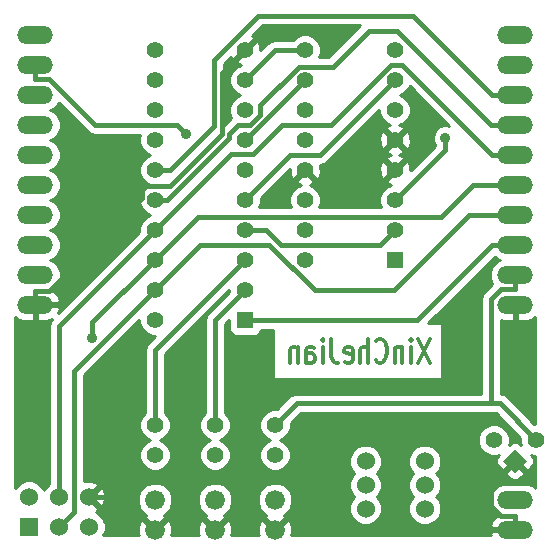
<source format=gbl>
G04 (created by PCBNEW-RS274X (2011-05-25)-stable) date Thu 09 Aug 2012 09:53:34 PM CST*
G01*
G70*
G90*
%MOIN*%
G04 Gerber Fmt 3.4, Leading zero omitted, Abs format*
%FSLAX34Y34*%
G04 APERTURE LIST*
%ADD10C,0.006000*%
%ADD11C,0.012000*%
%ADD12C,0.055000*%
%ADD13O,0.118700X0.059300*%
%ADD14R,0.060000X0.060000*%
%ADD15C,0.060000*%
%ADD16C,0.066000*%
%ADD17R,0.055000X0.055000*%
%ADD18C,0.035000*%
%ADD19C,0.016000*%
%ADD20C,0.010000*%
G04 APERTURE END LIST*
G54D10*
G54D11*
X33157Y-24624D02*
X32757Y-25424D01*
X32757Y-24624D02*
X33157Y-25424D01*
X32529Y-25424D02*
X32529Y-24890D01*
X32529Y-24624D02*
X32558Y-24662D01*
X32529Y-24700D01*
X32501Y-24662D01*
X32529Y-24624D01*
X32529Y-24700D01*
X32243Y-24890D02*
X32243Y-25424D01*
X32243Y-24967D02*
X32215Y-24929D01*
X32157Y-24890D01*
X32072Y-24890D01*
X32015Y-24929D01*
X31986Y-25005D01*
X31986Y-25424D01*
X31357Y-25348D02*
X31386Y-25386D01*
X31472Y-25424D01*
X31529Y-25424D01*
X31614Y-25386D01*
X31672Y-25310D01*
X31700Y-25233D01*
X31729Y-25081D01*
X31729Y-24967D01*
X31700Y-24814D01*
X31672Y-24738D01*
X31614Y-24662D01*
X31529Y-24624D01*
X31472Y-24624D01*
X31386Y-24662D01*
X31357Y-24700D01*
X31100Y-25424D02*
X31100Y-24624D01*
X30843Y-25424D02*
X30843Y-25005D01*
X30872Y-24929D01*
X30929Y-24890D01*
X31014Y-24890D01*
X31072Y-24929D01*
X31100Y-24967D01*
X30329Y-25386D02*
X30386Y-25424D01*
X30500Y-25424D01*
X30557Y-25386D01*
X30586Y-25310D01*
X30586Y-25005D01*
X30557Y-24929D01*
X30500Y-24890D01*
X30386Y-24890D01*
X30329Y-24929D01*
X30300Y-25005D01*
X30300Y-25081D01*
X30586Y-25157D01*
X29872Y-24624D02*
X29872Y-25195D01*
X29900Y-25310D01*
X29957Y-25386D01*
X30043Y-25424D01*
X30100Y-25424D01*
X29586Y-25424D02*
X29586Y-24890D01*
X29586Y-24624D02*
X29615Y-24662D01*
X29586Y-24700D01*
X29558Y-24662D01*
X29586Y-24624D01*
X29586Y-24700D01*
X29043Y-25424D02*
X29043Y-25005D01*
X29072Y-24929D01*
X29129Y-24890D01*
X29243Y-24890D01*
X29300Y-24929D01*
X29043Y-25386D02*
X29100Y-25424D01*
X29243Y-25424D01*
X29300Y-25386D01*
X29329Y-25310D01*
X29329Y-25233D01*
X29300Y-25157D01*
X29243Y-25119D01*
X29100Y-25119D01*
X29043Y-25081D01*
X28757Y-24890D02*
X28757Y-25424D01*
X28757Y-24967D02*
X28729Y-24929D01*
X28671Y-24890D01*
X28586Y-24890D01*
X28529Y-24929D01*
X28500Y-25005D01*
X28500Y-25424D01*
G54D12*
X24000Y-28500D03*
X24000Y-27500D03*
X26000Y-28500D03*
X26000Y-27500D03*
X28000Y-28500D03*
X28000Y-27500D03*
G54D13*
X20000Y-21500D03*
X20000Y-20500D03*
X20000Y-19500D03*
X20000Y-18500D03*
X20000Y-17500D03*
X20000Y-16500D03*
X36000Y-16500D03*
X36000Y-17500D03*
X36000Y-18500D03*
X36000Y-19500D03*
X36000Y-20500D03*
X36000Y-21500D03*
X36000Y-14500D03*
X36000Y-15500D03*
X20000Y-15500D03*
X20000Y-14500D03*
X36000Y-22500D03*
X36000Y-23500D03*
X20000Y-23500D03*
X20000Y-22500D03*
X36000Y-30000D03*
X36000Y-31000D03*
G54D14*
X19800Y-30900D03*
G54D15*
X19800Y-29900D03*
X20800Y-30900D03*
X20800Y-29900D03*
X21800Y-30900D03*
X21800Y-29900D03*
G54D12*
X35293Y-28000D03*
G54D10*
G36*
X36389Y-28707D02*
X36000Y-29096D01*
X35611Y-28707D01*
X36000Y-28318D01*
X36389Y-28707D01*
X36389Y-28707D01*
G37*
G54D12*
X36707Y-28000D03*
G54D16*
X28000Y-30000D03*
X28000Y-31000D03*
X26000Y-30000D03*
X26000Y-31000D03*
X24000Y-30000D03*
X24000Y-31000D03*
G54D17*
X27000Y-24000D03*
G54D12*
X27000Y-23000D03*
X27000Y-22000D03*
X27000Y-21000D03*
X27000Y-20000D03*
X27000Y-19000D03*
X27000Y-18000D03*
X27000Y-17000D03*
X27000Y-16000D03*
X27000Y-15000D03*
X24000Y-15000D03*
X24000Y-16000D03*
X24000Y-17000D03*
X24000Y-18000D03*
X24000Y-19000D03*
X24000Y-20000D03*
X24000Y-21000D03*
X24000Y-22000D03*
X24000Y-23000D03*
X24000Y-24000D03*
G54D17*
X32000Y-22000D03*
G54D12*
X32000Y-21000D03*
X32000Y-20000D03*
X32000Y-19000D03*
X32000Y-18000D03*
X32000Y-17000D03*
X32000Y-16000D03*
X32000Y-15000D03*
X29000Y-15000D03*
X29000Y-16000D03*
X29000Y-17000D03*
X29000Y-18000D03*
X29000Y-19000D03*
X29000Y-20000D03*
X29000Y-21000D03*
X29000Y-22000D03*
G54D15*
X31016Y-30287D03*
X31016Y-29500D03*
X31016Y-28713D03*
X32984Y-30287D03*
X32984Y-29500D03*
X32984Y-28713D03*
G54D18*
X25034Y-17812D03*
X33680Y-17943D03*
X21915Y-24615D03*
G54D19*
X22900Y-29900D02*
X21800Y-29900D01*
X24000Y-31000D02*
X22900Y-29900D01*
X20000Y-23500D02*
X20000Y-23040D01*
X20460Y-23040D02*
X20000Y-23040D01*
X23558Y-19942D02*
X20460Y-23040D01*
X23558Y-19590D02*
X23558Y-19942D01*
X23603Y-19545D02*
X23558Y-19590D01*
X24494Y-19545D02*
X23603Y-19545D01*
X26228Y-17811D02*
X24494Y-19545D01*
X26228Y-15772D02*
X26228Y-17811D01*
X27000Y-15000D02*
X26228Y-15772D01*
X35540Y-30540D02*
X36000Y-30540D01*
X35210Y-30210D02*
X35540Y-30540D01*
X35210Y-29497D02*
X35210Y-30210D01*
X36000Y-28707D02*
X35210Y-29497D01*
X36000Y-31000D02*
X36000Y-30540D01*
X32596Y-13853D02*
X35243Y-16500D01*
X27447Y-13853D02*
X32596Y-13853D01*
X25961Y-15339D02*
X27447Y-13853D01*
X25961Y-17537D02*
X25961Y-15339D01*
X24498Y-19000D02*
X25961Y-17537D01*
X24000Y-19000D02*
X24498Y-19000D01*
X36000Y-16500D02*
X35243Y-16500D01*
X24000Y-25000D02*
X27000Y-22000D01*
X24000Y-27500D02*
X24000Y-25000D01*
X20800Y-24200D02*
X24000Y-21000D01*
X20800Y-29900D02*
X20800Y-24200D01*
X32243Y-15500D02*
X35243Y-18500D01*
X31868Y-15500D02*
X32243Y-15500D01*
X29868Y-17500D02*
X31868Y-15500D01*
X28240Y-17500D02*
X29868Y-17500D01*
X27264Y-18476D02*
X28240Y-17500D01*
X26524Y-18476D02*
X27264Y-18476D01*
X24000Y-21000D02*
X26524Y-18476D01*
X36000Y-18500D02*
X35243Y-18500D01*
X28000Y-15000D02*
X27000Y-16000D01*
X29000Y-15000D02*
X28000Y-15000D01*
X35197Y-17500D02*
X36000Y-17500D01*
X32057Y-14360D02*
X35197Y-17500D01*
X31117Y-14360D02*
X32057Y-14360D01*
X29916Y-15561D02*
X31117Y-14360D01*
X28784Y-15561D02*
X29916Y-15561D01*
X27500Y-16845D02*
X28784Y-15561D01*
X27500Y-17155D02*
X27500Y-16845D01*
X27155Y-17500D02*
X27500Y-17155D01*
X26776Y-17500D02*
X27155Y-17500D01*
X26471Y-17805D02*
X26776Y-17500D01*
X26471Y-17932D02*
X26471Y-17805D01*
X24403Y-20000D02*
X26471Y-17932D01*
X24000Y-20000D02*
X24403Y-20000D01*
X34475Y-20500D02*
X36000Y-20500D01*
X31970Y-23005D02*
X34475Y-20500D01*
X29316Y-23005D02*
X31970Y-23005D01*
X27811Y-21500D02*
X29316Y-23005D01*
X25500Y-21500D02*
X27811Y-21500D01*
X24000Y-23000D02*
X25500Y-21500D01*
X24000Y-23008D02*
X24000Y-23000D01*
X21300Y-25708D02*
X24000Y-23008D01*
X21300Y-30400D02*
X21300Y-25708D01*
X20800Y-30900D02*
X21300Y-30400D01*
X27700Y-21000D02*
X27000Y-21000D01*
X28200Y-21500D02*
X27700Y-21000D01*
X31500Y-21500D02*
X28200Y-21500D01*
X32000Y-21000D02*
X31500Y-21500D01*
X20460Y-15960D02*
X20000Y-15960D01*
X22001Y-17501D02*
X20460Y-15960D01*
X24723Y-17501D02*
X22001Y-17501D01*
X25034Y-17812D02*
X24723Y-17501D01*
X20000Y-15500D02*
X20000Y-15960D01*
X33680Y-18320D02*
X33680Y-17943D01*
X32000Y-20000D02*
X33680Y-18320D01*
X26000Y-24000D02*
X26000Y-27500D01*
X27000Y-23000D02*
X26000Y-24000D01*
X28500Y-18500D02*
X27000Y-20000D01*
X29500Y-18500D02*
X28500Y-18500D01*
X32000Y-16000D02*
X29500Y-18500D01*
X29000Y-16000D02*
X27000Y-18000D01*
X21915Y-24085D02*
X24000Y-22000D01*
X21915Y-24615D02*
X21915Y-24085D01*
X34588Y-19500D02*
X36000Y-19500D01*
X33528Y-20560D02*
X34588Y-19500D01*
X25440Y-20560D02*
X33528Y-20560D01*
X24000Y-22000D02*
X25440Y-20560D01*
X32743Y-24000D02*
X35243Y-21500D01*
X27000Y-24000D02*
X32743Y-24000D01*
X36000Y-21500D02*
X35243Y-21500D01*
X36000Y-22500D02*
X36000Y-22960D01*
X35540Y-22960D02*
X36000Y-22960D01*
X35206Y-23294D02*
X35540Y-22960D01*
X35206Y-26784D02*
X35206Y-23294D01*
X35491Y-26784D02*
X35206Y-26784D01*
X36707Y-28000D02*
X35491Y-26784D01*
X28716Y-26784D02*
X28000Y-27500D01*
X35206Y-26784D02*
X28716Y-26784D01*
G54D10*
G36*
X23835Y-20500D02*
X23703Y-20555D01*
X23555Y-20702D01*
X23475Y-20895D01*
X23475Y-21058D01*
X20775Y-23758D01*
X20825Y-23634D01*
X20778Y-23550D01*
X20050Y-23550D01*
X20050Y-24046D01*
X20395Y-24046D01*
X20556Y-23982D01*
X20495Y-24073D01*
X20470Y-24200D01*
X20470Y-29454D01*
X20335Y-29589D01*
X20300Y-29673D01*
X20265Y-29589D01*
X20111Y-29435D01*
X19909Y-29351D01*
X19691Y-29351D01*
X19489Y-29435D01*
X19335Y-29589D01*
X19325Y-29613D01*
X19325Y-23891D01*
X19404Y-23967D01*
X19605Y-24046D01*
X19950Y-24046D01*
X19950Y-23600D01*
X19950Y-23550D01*
X19950Y-23450D01*
X20050Y-23450D01*
X20100Y-23450D01*
X20778Y-23450D01*
X20825Y-23366D01*
X20752Y-23183D01*
X20596Y-23033D01*
X20509Y-22998D01*
X20616Y-22955D01*
X20767Y-22804D01*
X20849Y-22607D01*
X20849Y-22394D01*
X20768Y-22197D01*
X20617Y-22046D01*
X20506Y-22000D01*
X20616Y-21955D01*
X20767Y-21804D01*
X20849Y-21607D01*
X20849Y-21394D01*
X20768Y-21197D01*
X20617Y-21046D01*
X20506Y-21000D01*
X20616Y-20955D01*
X20767Y-20804D01*
X20849Y-20607D01*
X20849Y-20394D01*
X20768Y-20197D01*
X20617Y-20046D01*
X20506Y-20000D01*
X20616Y-19955D01*
X20767Y-19804D01*
X20849Y-19607D01*
X20849Y-19394D01*
X20768Y-19197D01*
X20617Y-19046D01*
X20506Y-19000D01*
X20616Y-18955D01*
X20767Y-18804D01*
X20849Y-18607D01*
X20849Y-18394D01*
X20768Y-18197D01*
X20617Y-18046D01*
X20506Y-18000D01*
X20616Y-17955D01*
X20767Y-17804D01*
X20849Y-17607D01*
X20849Y-17394D01*
X20768Y-17197D01*
X20617Y-17046D01*
X20506Y-17000D01*
X20616Y-16955D01*
X20767Y-16804D01*
X20787Y-16754D01*
X21767Y-17734D01*
X21768Y-17734D01*
X21874Y-17806D01*
X21875Y-17806D01*
X21895Y-17809D01*
X22001Y-17831D01*
X23501Y-17831D01*
X23475Y-17895D01*
X23475Y-18104D01*
X23555Y-18297D01*
X23702Y-18445D01*
X23835Y-18500D01*
X23703Y-18555D01*
X23555Y-18702D01*
X23475Y-18895D01*
X23475Y-19104D01*
X23555Y-19297D01*
X23702Y-19445D01*
X23835Y-19500D01*
X23703Y-19555D01*
X23555Y-19702D01*
X23475Y-19895D01*
X23475Y-20104D01*
X23555Y-20297D01*
X23702Y-20445D01*
X23835Y-20500D01*
X23835Y-20500D01*
G37*
G54D20*
X23835Y-20500D02*
X23703Y-20555D01*
X23555Y-20702D01*
X23475Y-20895D01*
X23475Y-21058D01*
X20775Y-23758D01*
X20825Y-23634D01*
X20778Y-23550D01*
X20050Y-23550D01*
X20050Y-24046D01*
X20395Y-24046D01*
X20556Y-23982D01*
X20495Y-24073D01*
X20470Y-24200D01*
X20470Y-29454D01*
X20335Y-29589D01*
X20300Y-29673D01*
X20265Y-29589D01*
X20111Y-29435D01*
X19909Y-29351D01*
X19691Y-29351D01*
X19489Y-29435D01*
X19335Y-29589D01*
X19325Y-29613D01*
X19325Y-23891D01*
X19404Y-23967D01*
X19605Y-24046D01*
X19950Y-24046D01*
X19950Y-23600D01*
X19950Y-23550D01*
X19950Y-23450D01*
X20050Y-23450D01*
X20100Y-23450D01*
X20778Y-23450D01*
X20825Y-23366D01*
X20752Y-23183D01*
X20596Y-23033D01*
X20509Y-22998D01*
X20616Y-22955D01*
X20767Y-22804D01*
X20849Y-22607D01*
X20849Y-22394D01*
X20768Y-22197D01*
X20617Y-22046D01*
X20506Y-22000D01*
X20616Y-21955D01*
X20767Y-21804D01*
X20849Y-21607D01*
X20849Y-21394D01*
X20768Y-21197D01*
X20617Y-21046D01*
X20506Y-21000D01*
X20616Y-20955D01*
X20767Y-20804D01*
X20849Y-20607D01*
X20849Y-20394D01*
X20768Y-20197D01*
X20617Y-20046D01*
X20506Y-20000D01*
X20616Y-19955D01*
X20767Y-19804D01*
X20849Y-19607D01*
X20849Y-19394D01*
X20768Y-19197D01*
X20617Y-19046D01*
X20506Y-19000D01*
X20616Y-18955D01*
X20767Y-18804D01*
X20849Y-18607D01*
X20849Y-18394D01*
X20768Y-18197D01*
X20617Y-18046D01*
X20506Y-18000D01*
X20616Y-17955D01*
X20767Y-17804D01*
X20849Y-17607D01*
X20849Y-17394D01*
X20768Y-17197D01*
X20617Y-17046D01*
X20506Y-17000D01*
X20616Y-16955D01*
X20767Y-16804D01*
X20787Y-16754D01*
X21767Y-17734D01*
X21768Y-17734D01*
X21874Y-17806D01*
X21875Y-17806D01*
X21895Y-17809D01*
X22001Y-17831D01*
X23501Y-17831D01*
X23475Y-17895D01*
X23475Y-18104D01*
X23555Y-18297D01*
X23702Y-18445D01*
X23835Y-18500D01*
X23703Y-18555D01*
X23555Y-18702D01*
X23475Y-18895D01*
X23475Y-19104D01*
X23555Y-19297D01*
X23702Y-19445D01*
X23835Y-19500D01*
X23703Y-19555D01*
X23555Y-19702D01*
X23475Y-19895D01*
X23475Y-20104D01*
X23555Y-20297D01*
X23702Y-20445D01*
X23835Y-20500D01*
G54D10*
G36*
X29071Y-18000D02*
X29000Y-18071D01*
X28929Y-18000D01*
X29000Y-17929D01*
X29071Y-18000D01*
X29071Y-18000D01*
G37*
G54D20*
X29071Y-18000D02*
X29000Y-18071D01*
X28929Y-18000D01*
X29000Y-17929D01*
X29071Y-18000D01*
G54D10*
G36*
X30827Y-14183D02*
X29779Y-15231D01*
X29472Y-15231D01*
X29525Y-15105D01*
X29525Y-14896D01*
X29445Y-14703D01*
X29298Y-14555D01*
X29105Y-14475D01*
X28896Y-14475D01*
X28703Y-14555D01*
X28587Y-14670D01*
X28000Y-14670D01*
X27894Y-14691D01*
X27873Y-14695D01*
X27767Y-14767D01*
X27515Y-15018D01*
X27508Y-14870D01*
X27452Y-14733D01*
X27361Y-14710D01*
X27106Y-14965D01*
X27071Y-15000D01*
X27000Y-15071D01*
X26965Y-15106D01*
X26710Y-15361D01*
X26733Y-15452D01*
X26851Y-15493D01*
X26703Y-15555D01*
X26555Y-15702D01*
X26475Y-15895D01*
X26475Y-16104D01*
X26555Y-16297D01*
X26702Y-16445D01*
X26835Y-16500D01*
X26703Y-16555D01*
X26555Y-16702D01*
X26475Y-16895D01*
X26475Y-17104D01*
X26542Y-17266D01*
X26542Y-17267D01*
X26291Y-17518D01*
X26291Y-15475D01*
X26533Y-15232D01*
X26548Y-15267D01*
X26639Y-15290D01*
X26894Y-15035D01*
X26929Y-15000D01*
X27000Y-14929D01*
X27035Y-14894D01*
X27290Y-14639D01*
X27267Y-14548D01*
X27231Y-14535D01*
X27583Y-14183D01*
X30827Y-14183D01*
X30827Y-14183D01*
G37*
G54D20*
X30827Y-14183D02*
X29779Y-15231D01*
X29472Y-15231D01*
X29525Y-15105D01*
X29525Y-14896D01*
X29445Y-14703D01*
X29298Y-14555D01*
X29105Y-14475D01*
X28896Y-14475D01*
X28703Y-14555D01*
X28587Y-14670D01*
X28000Y-14670D01*
X27894Y-14691D01*
X27873Y-14695D01*
X27767Y-14767D01*
X27515Y-15018D01*
X27508Y-14870D01*
X27452Y-14733D01*
X27361Y-14710D01*
X27106Y-14965D01*
X27071Y-15000D01*
X27000Y-15071D01*
X26965Y-15106D01*
X26710Y-15361D01*
X26733Y-15452D01*
X26851Y-15493D01*
X26703Y-15555D01*
X26555Y-15702D01*
X26475Y-15895D01*
X26475Y-16104D01*
X26555Y-16297D01*
X26702Y-16445D01*
X26835Y-16500D01*
X26703Y-16555D01*
X26555Y-16702D01*
X26475Y-16895D01*
X26475Y-17104D01*
X26542Y-17266D01*
X26542Y-17267D01*
X26291Y-17518D01*
X26291Y-15475D01*
X26533Y-15232D01*
X26548Y-15267D01*
X26639Y-15290D01*
X26894Y-15035D01*
X26929Y-15000D01*
X27000Y-14929D01*
X27035Y-14894D01*
X27290Y-14639D01*
X27267Y-14548D01*
X27231Y-14535D01*
X27583Y-14183D01*
X30827Y-14183D01*
G54D10*
G36*
X33815Y-17538D02*
X33765Y-17518D01*
X33596Y-17518D01*
X33440Y-17582D01*
X33320Y-17702D01*
X33255Y-17858D01*
X33255Y-18027D01*
X33319Y-18183D01*
X33334Y-18198D01*
X32519Y-19013D01*
X32519Y-18074D01*
X32508Y-17870D01*
X32452Y-17733D01*
X32361Y-17710D01*
X32071Y-18000D01*
X32361Y-18290D01*
X32452Y-18267D01*
X32519Y-18074D01*
X32519Y-19013D01*
X32515Y-19017D01*
X32508Y-18870D01*
X32452Y-18733D01*
X32361Y-18710D01*
X32290Y-18781D01*
X32290Y-18639D01*
X32267Y-18548D01*
X32140Y-18503D01*
X32267Y-18452D01*
X32290Y-18361D01*
X32000Y-18071D01*
X31929Y-18142D01*
X31929Y-18000D01*
X31639Y-17710D01*
X31548Y-17733D01*
X31481Y-17926D01*
X31492Y-18130D01*
X31548Y-18267D01*
X31639Y-18290D01*
X31929Y-18000D01*
X31929Y-18142D01*
X31710Y-18361D01*
X31733Y-18452D01*
X31859Y-18496D01*
X31733Y-18548D01*
X31710Y-18639D01*
X32000Y-18929D01*
X32290Y-18639D01*
X32290Y-18781D01*
X32106Y-18965D01*
X32071Y-19000D01*
X32000Y-19071D01*
X31965Y-19106D01*
X31929Y-19142D01*
X31929Y-19000D01*
X31639Y-18710D01*
X31548Y-18733D01*
X31481Y-18926D01*
X31492Y-19130D01*
X31548Y-19267D01*
X31639Y-19290D01*
X31929Y-19000D01*
X31929Y-19142D01*
X31710Y-19361D01*
X31733Y-19452D01*
X31851Y-19493D01*
X31703Y-19555D01*
X31555Y-19702D01*
X31475Y-19895D01*
X31475Y-20104D01*
X31527Y-20230D01*
X29473Y-20230D01*
X29525Y-20105D01*
X29525Y-19896D01*
X29445Y-19703D01*
X29298Y-19555D01*
X29157Y-19496D01*
X29267Y-19452D01*
X29290Y-19361D01*
X29000Y-19071D01*
X28710Y-19361D01*
X28733Y-19452D01*
X28851Y-19493D01*
X28703Y-19555D01*
X28555Y-19702D01*
X28475Y-19895D01*
X28475Y-20104D01*
X28527Y-20230D01*
X27473Y-20230D01*
X27525Y-20105D01*
X27525Y-19941D01*
X28484Y-18982D01*
X28492Y-19130D01*
X28548Y-19267D01*
X28639Y-19290D01*
X28894Y-19035D01*
X28929Y-19000D01*
X29000Y-18929D01*
X29071Y-19000D01*
X29106Y-19035D01*
X29361Y-19290D01*
X29452Y-19267D01*
X29519Y-19074D01*
X29508Y-18870D01*
X29491Y-18830D01*
X29500Y-18830D01*
X29626Y-18805D01*
X29627Y-18805D01*
X29733Y-18733D01*
X31475Y-16991D01*
X31475Y-17104D01*
X31555Y-17297D01*
X31702Y-17445D01*
X31842Y-17503D01*
X31733Y-17548D01*
X31710Y-17639D01*
X32000Y-17929D01*
X32290Y-17639D01*
X32267Y-17548D01*
X32148Y-17506D01*
X32297Y-17445D01*
X32445Y-17298D01*
X32525Y-17105D01*
X32525Y-16896D01*
X32445Y-16703D01*
X32298Y-16555D01*
X32164Y-16499D01*
X32297Y-16445D01*
X32445Y-16298D01*
X32483Y-16206D01*
X33815Y-17538D01*
X33815Y-17538D01*
G37*
G54D20*
X33815Y-17538D02*
X33765Y-17518D01*
X33596Y-17518D01*
X33440Y-17582D01*
X33320Y-17702D01*
X33255Y-17858D01*
X33255Y-18027D01*
X33319Y-18183D01*
X33334Y-18198D01*
X32519Y-19013D01*
X32519Y-18074D01*
X32508Y-17870D01*
X32452Y-17733D01*
X32361Y-17710D01*
X32071Y-18000D01*
X32361Y-18290D01*
X32452Y-18267D01*
X32519Y-18074D01*
X32519Y-19013D01*
X32515Y-19017D01*
X32508Y-18870D01*
X32452Y-18733D01*
X32361Y-18710D01*
X32290Y-18781D01*
X32290Y-18639D01*
X32267Y-18548D01*
X32140Y-18503D01*
X32267Y-18452D01*
X32290Y-18361D01*
X32000Y-18071D01*
X31929Y-18142D01*
X31929Y-18000D01*
X31639Y-17710D01*
X31548Y-17733D01*
X31481Y-17926D01*
X31492Y-18130D01*
X31548Y-18267D01*
X31639Y-18290D01*
X31929Y-18000D01*
X31929Y-18142D01*
X31710Y-18361D01*
X31733Y-18452D01*
X31859Y-18496D01*
X31733Y-18548D01*
X31710Y-18639D01*
X32000Y-18929D01*
X32290Y-18639D01*
X32290Y-18781D01*
X32106Y-18965D01*
X32071Y-19000D01*
X32000Y-19071D01*
X31965Y-19106D01*
X31929Y-19142D01*
X31929Y-19000D01*
X31639Y-18710D01*
X31548Y-18733D01*
X31481Y-18926D01*
X31492Y-19130D01*
X31548Y-19267D01*
X31639Y-19290D01*
X31929Y-19000D01*
X31929Y-19142D01*
X31710Y-19361D01*
X31733Y-19452D01*
X31851Y-19493D01*
X31703Y-19555D01*
X31555Y-19702D01*
X31475Y-19895D01*
X31475Y-20104D01*
X31527Y-20230D01*
X29473Y-20230D01*
X29525Y-20105D01*
X29525Y-19896D01*
X29445Y-19703D01*
X29298Y-19555D01*
X29157Y-19496D01*
X29267Y-19452D01*
X29290Y-19361D01*
X29000Y-19071D01*
X28710Y-19361D01*
X28733Y-19452D01*
X28851Y-19493D01*
X28703Y-19555D01*
X28555Y-19702D01*
X28475Y-19895D01*
X28475Y-20104D01*
X28527Y-20230D01*
X27473Y-20230D01*
X27525Y-20105D01*
X27525Y-19941D01*
X28484Y-18982D01*
X28492Y-19130D01*
X28548Y-19267D01*
X28639Y-19290D01*
X28894Y-19035D01*
X28929Y-19000D01*
X29000Y-18929D01*
X29071Y-19000D01*
X29106Y-19035D01*
X29361Y-19290D01*
X29452Y-19267D01*
X29519Y-19074D01*
X29508Y-18870D01*
X29491Y-18830D01*
X29500Y-18830D01*
X29626Y-18805D01*
X29627Y-18805D01*
X29733Y-18733D01*
X31475Y-16991D01*
X31475Y-17104D01*
X31555Y-17297D01*
X31702Y-17445D01*
X31842Y-17503D01*
X31733Y-17548D01*
X31710Y-17639D01*
X32000Y-17929D01*
X32290Y-17639D01*
X32267Y-17548D01*
X32148Y-17506D01*
X32297Y-17445D01*
X32445Y-17298D01*
X32525Y-17105D01*
X32525Y-16896D01*
X32445Y-16703D01*
X32298Y-16555D01*
X32164Y-16499D01*
X32297Y-16445D01*
X32445Y-16298D01*
X32483Y-16206D01*
X33815Y-17538D01*
G54D10*
G36*
X36675Y-27475D02*
X36648Y-27475D01*
X35724Y-26551D01*
X35618Y-26479D01*
X35536Y-26462D01*
X35536Y-24018D01*
X35605Y-24046D01*
X35950Y-24046D01*
X35950Y-23600D01*
X35950Y-23550D01*
X35950Y-23450D01*
X36050Y-23450D01*
X36050Y-23550D01*
X36050Y-23600D01*
X36050Y-24046D01*
X36395Y-24046D01*
X36596Y-23967D01*
X36675Y-23891D01*
X36675Y-27475D01*
X36675Y-27475D01*
G37*
G54D20*
X36675Y-27475D02*
X36648Y-27475D01*
X35724Y-26551D01*
X35618Y-26479D01*
X35536Y-26462D01*
X35536Y-24018D01*
X35605Y-24046D01*
X35950Y-24046D01*
X35950Y-23600D01*
X35950Y-23550D01*
X35950Y-23450D01*
X36050Y-23450D01*
X36050Y-23550D01*
X36050Y-23600D01*
X36050Y-24046D01*
X36395Y-24046D01*
X36596Y-23967D01*
X36675Y-23891D01*
X36675Y-27475D01*
G54D10*
G36*
X36675Y-29604D02*
X36617Y-29546D01*
X36420Y-29464D01*
X36292Y-29464D01*
X36292Y-29157D01*
X36292Y-29070D01*
X36000Y-28778D01*
X35708Y-29070D01*
X35708Y-29157D01*
X35859Y-29307D01*
X35951Y-29345D01*
X36049Y-29345D01*
X36141Y-29307D01*
X36211Y-29237D01*
X36292Y-29157D01*
X36292Y-29464D01*
X36207Y-29464D01*
X35581Y-29464D01*
X35384Y-29545D01*
X35233Y-29696D01*
X35151Y-29893D01*
X35151Y-30106D01*
X35232Y-30303D01*
X35383Y-30454D01*
X35490Y-30498D01*
X35404Y-30533D01*
X35248Y-30683D01*
X35175Y-30866D01*
X35222Y-30950D01*
X35900Y-30950D01*
X35950Y-30950D01*
X36050Y-30950D01*
X36050Y-31050D01*
X35950Y-31050D01*
X35900Y-31050D01*
X35222Y-31050D01*
X35175Y-31134D01*
X35191Y-31175D01*
X33533Y-31175D01*
X33533Y-30396D01*
X33533Y-30178D01*
X33449Y-29976D01*
X33366Y-29893D01*
X33449Y-29811D01*
X33533Y-29609D01*
X33533Y-29391D01*
X33449Y-29189D01*
X33366Y-29106D01*
X33449Y-29024D01*
X33533Y-28822D01*
X33533Y-28604D01*
X33449Y-28402D01*
X33295Y-28248D01*
X33093Y-28164D01*
X32875Y-28164D01*
X32673Y-28248D01*
X32519Y-28402D01*
X32435Y-28604D01*
X32435Y-28822D01*
X32519Y-29024D01*
X32601Y-29106D01*
X32519Y-29189D01*
X32435Y-29391D01*
X32435Y-29609D01*
X32519Y-29811D01*
X32601Y-29893D01*
X32519Y-29976D01*
X32435Y-30178D01*
X32435Y-30396D01*
X32519Y-30598D01*
X32673Y-30752D01*
X32875Y-30836D01*
X33093Y-30836D01*
X33295Y-30752D01*
X33449Y-30598D01*
X33533Y-30396D01*
X33533Y-31175D01*
X31565Y-31175D01*
X31565Y-30396D01*
X31565Y-30178D01*
X31481Y-29976D01*
X31398Y-29893D01*
X31481Y-29811D01*
X31565Y-29609D01*
X31565Y-29391D01*
X31481Y-29189D01*
X31398Y-29106D01*
X31481Y-29024D01*
X31565Y-28822D01*
X31565Y-28604D01*
X31481Y-28402D01*
X31327Y-28248D01*
X31125Y-28164D01*
X30907Y-28164D01*
X30705Y-28248D01*
X30551Y-28402D01*
X30467Y-28604D01*
X30467Y-28822D01*
X30551Y-29024D01*
X30633Y-29106D01*
X30551Y-29189D01*
X30467Y-29391D01*
X30467Y-29609D01*
X30551Y-29811D01*
X30633Y-29893D01*
X30551Y-29976D01*
X30467Y-30178D01*
X30467Y-30396D01*
X30551Y-30598D01*
X30705Y-30752D01*
X30907Y-30836D01*
X31125Y-30836D01*
X31327Y-30752D01*
X31481Y-30598D01*
X31565Y-30396D01*
X31565Y-31175D01*
X28580Y-31175D01*
X28580Y-30116D01*
X28580Y-29885D01*
X28492Y-29672D01*
X28329Y-29509D01*
X28116Y-29420D01*
X27885Y-29420D01*
X27672Y-29508D01*
X27509Y-29671D01*
X27420Y-29884D01*
X27420Y-30115D01*
X27508Y-30328D01*
X27671Y-30491D01*
X27702Y-30503D01*
X27702Y-30504D01*
X27671Y-30600D01*
X28000Y-30929D01*
X28329Y-30600D01*
X28298Y-30504D01*
X28328Y-30492D01*
X28491Y-30329D01*
X28580Y-30116D01*
X28580Y-31175D01*
X28540Y-31175D01*
X28573Y-31086D01*
X28562Y-30861D01*
X28496Y-30702D01*
X28400Y-30671D01*
X28106Y-30965D01*
X28071Y-31000D01*
X28000Y-31071D01*
X27929Y-31000D01*
X27894Y-30965D01*
X27600Y-30671D01*
X27504Y-30702D01*
X27427Y-30914D01*
X27438Y-31139D01*
X27452Y-31175D01*
X26580Y-31175D01*
X26580Y-30116D01*
X26580Y-29885D01*
X26492Y-29672D01*
X26329Y-29509D01*
X26116Y-29420D01*
X25885Y-29420D01*
X25672Y-29508D01*
X25509Y-29671D01*
X25420Y-29884D01*
X25420Y-30115D01*
X25508Y-30328D01*
X25671Y-30491D01*
X25702Y-30503D01*
X25702Y-30504D01*
X25671Y-30600D01*
X26000Y-30929D01*
X26329Y-30600D01*
X26298Y-30504D01*
X26328Y-30492D01*
X26491Y-30329D01*
X26580Y-30116D01*
X26580Y-31175D01*
X26540Y-31175D01*
X26573Y-31086D01*
X26562Y-30861D01*
X26496Y-30702D01*
X26400Y-30671D01*
X26106Y-30965D01*
X26071Y-31000D01*
X26000Y-31071D01*
X25929Y-31000D01*
X25894Y-30965D01*
X25600Y-30671D01*
X25504Y-30702D01*
X25427Y-30914D01*
X25438Y-31139D01*
X25452Y-31175D01*
X24580Y-31175D01*
X24580Y-30116D01*
X24580Y-29885D01*
X24492Y-29672D01*
X24329Y-29509D01*
X24116Y-29420D01*
X23885Y-29420D01*
X23672Y-29508D01*
X23509Y-29671D01*
X23420Y-29884D01*
X23420Y-30115D01*
X23508Y-30328D01*
X23671Y-30491D01*
X23702Y-30503D01*
X23702Y-30504D01*
X23671Y-30600D01*
X24000Y-30929D01*
X24329Y-30600D01*
X24298Y-30504D01*
X24328Y-30492D01*
X24491Y-30329D01*
X24580Y-30116D01*
X24580Y-31175D01*
X24540Y-31175D01*
X24573Y-31086D01*
X24562Y-30861D01*
X24496Y-30702D01*
X24400Y-30671D01*
X24106Y-30965D01*
X24071Y-31000D01*
X24000Y-31071D01*
X23929Y-31000D01*
X23894Y-30965D01*
X23600Y-30671D01*
X23504Y-30702D01*
X23427Y-30914D01*
X23438Y-31139D01*
X23452Y-31175D01*
X22279Y-31175D01*
X22349Y-31009D01*
X22349Y-30791D01*
X22343Y-30776D01*
X22343Y-29979D01*
X22332Y-29766D01*
X22272Y-29619D01*
X22178Y-29592D01*
X21871Y-29900D01*
X22178Y-30208D01*
X22272Y-30181D01*
X22343Y-29979D01*
X22343Y-30776D01*
X22265Y-30589D01*
X22111Y-30435D01*
X22019Y-30397D01*
X22081Y-30372D01*
X22108Y-30278D01*
X21835Y-30006D01*
X21800Y-29971D01*
X21729Y-29900D01*
X21800Y-29829D01*
X21835Y-29794D01*
X22108Y-29522D01*
X22081Y-29428D01*
X21879Y-29357D01*
X21666Y-29368D01*
X21630Y-29382D01*
X21630Y-25844D01*
X23475Y-23999D01*
X23475Y-24104D01*
X23555Y-24297D01*
X23702Y-24445D01*
X23895Y-24525D01*
X24008Y-24525D01*
X23767Y-24767D01*
X23695Y-24873D01*
X23670Y-25000D01*
X23670Y-27087D01*
X23555Y-27202D01*
X23475Y-27395D01*
X23475Y-27604D01*
X23555Y-27797D01*
X23702Y-27945D01*
X23835Y-28000D01*
X23703Y-28055D01*
X23555Y-28202D01*
X23475Y-28395D01*
X23475Y-28604D01*
X23555Y-28797D01*
X23702Y-28945D01*
X23895Y-29025D01*
X24104Y-29025D01*
X24297Y-28945D01*
X24445Y-28798D01*
X24525Y-28605D01*
X24525Y-28396D01*
X24445Y-28203D01*
X24298Y-28055D01*
X24164Y-27999D01*
X24297Y-27945D01*
X24445Y-27798D01*
X24525Y-27605D01*
X24525Y-27396D01*
X24445Y-27203D01*
X24330Y-27087D01*
X24330Y-25136D01*
X26475Y-22991D01*
X26475Y-23059D01*
X25767Y-23767D01*
X25695Y-23873D01*
X25670Y-24000D01*
X25670Y-27087D01*
X25555Y-27202D01*
X25475Y-27395D01*
X25475Y-27604D01*
X25555Y-27797D01*
X25702Y-27945D01*
X25835Y-28000D01*
X25703Y-28055D01*
X25555Y-28202D01*
X25475Y-28395D01*
X25475Y-28604D01*
X25555Y-28797D01*
X25702Y-28945D01*
X25895Y-29025D01*
X26104Y-29025D01*
X26297Y-28945D01*
X26445Y-28798D01*
X26525Y-28605D01*
X26525Y-28396D01*
X26445Y-28203D01*
X26298Y-28055D01*
X26164Y-27999D01*
X26297Y-27945D01*
X26445Y-27798D01*
X26525Y-27605D01*
X26525Y-27396D01*
X26445Y-27203D01*
X26330Y-27087D01*
X26330Y-24136D01*
X26476Y-23990D01*
X26476Y-24324D01*
X26514Y-24416D01*
X26584Y-24486D01*
X26675Y-24524D01*
X26774Y-24524D01*
X27324Y-24524D01*
X27416Y-24486D01*
X27486Y-24416D01*
X27521Y-24330D01*
X27927Y-24330D01*
X27927Y-25970D01*
X33553Y-25970D01*
X33553Y-24110D01*
X33099Y-24110D01*
X35319Y-21890D01*
X35383Y-21954D01*
X35493Y-21999D01*
X35384Y-22045D01*
X35233Y-22196D01*
X35151Y-22393D01*
X35151Y-22606D01*
X35231Y-22801D01*
X34973Y-23061D01*
X34901Y-23167D01*
X34876Y-23294D01*
X34876Y-26454D01*
X28716Y-26454D01*
X28590Y-26479D01*
X28554Y-26503D01*
X28482Y-26551D01*
X28058Y-26975D01*
X27896Y-26975D01*
X27703Y-27055D01*
X27555Y-27202D01*
X27475Y-27395D01*
X27475Y-27604D01*
X27555Y-27797D01*
X27702Y-27945D01*
X27835Y-28000D01*
X27703Y-28055D01*
X27555Y-28202D01*
X27475Y-28395D01*
X27475Y-28604D01*
X27555Y-28797D01*
X27702Y-28945D01*
X27895Y-29025D01*
X28104Y-29025D01*
X28297Y-28945D01*
X28445Y-28798D01*
X28525Y-28605D01*
X28525Y-28396D01*
X28445Y-28203D01*
X28298Y-28055D01*
X28164Y-27999D01*
X28297Y-27945D01*
X28445Y-27798D01*
X28525Y-27605D01*
X28525Y-27441D01*
X28852Y-27114D01*
X35206Y-27114D01*
X35354Y-27114D01*
X36182Y-27941D01*
X36182Y-28104D01*
X36212Y-28178D01*
X36141Y-28107D01*
X36049Y-28069D01*
X35951Y-28069D01*
X35859Y-28107D01*
X35789Y-28177D01*
X35787Y-28178D01*
X35818Y-28105D01*
X35818Y-27896D01*
X35738Y-27703D01*
X35591Y-27555D01*
X35398Y-27475D01*
X35189Y-27475D01*
X34996Y-27555D01*
X34848Y-27702D01*
X34768Y-27895D01*
X34768Y-28104D01*
X34848Y-28297D01*
X34995Y-28445D01*
X35188Y-28525D01*
X35397Y-28525D01*
X35472Y-28493D01*
X35470Y-28496D01*
X35400Y-28566D01*
X35362Y-28658D01*
X35362Y-28756D01*
X35400Y-28848D01*
X35550Y-28999D01*
X35637Y-28999D01*
X35894Y-28742D01*
X35929Y-28707D01*
X36000Y-28636D01*
X36071Y-28707D01*
X36106Y-28742D01*
X36363Y-28999D01*
X36450Y-28999D01*
X36530Y-28918D01*
X36600Y-28848D01*
X36638Y-28756D01*
X36638Y-28658D01*
X36600Y-28566D01*
X36529Y-28494D01*
X36602Y-28525D01*
X36675Y-28525D01*
X36675Y-29604D01*
X36675Y-29604D01*
G37*
G54D20*
X36675Y-29604D02*
X36617Y-29546D01*
X36420Y-29464D01*
X36292Y-29464D01*
X36292Y-29157D01*
X36292Y-29070D01*
X36000Y-28778D01*
X35708Y-29070D01*
X35708Y-29157D01*
X35859Y-29307D01*
X35951Y-29345D01*
X36049Y-29345D01*
X36141Y-29307D01*
X36211Y-29237D01*
X36292Y-29157D01*
X36292Y-29464D01*
X36207Y-29464D01*
X35581Y-29464D01*
X35384Y-29545D01*
X35233Y-29696D01*
X35151Y-29893D01*
X35151Y-30106D01*
X35232Y-30303D01*
X35383Y-30454D01*
X35490Y-30498D01*
X35404Y-30533D01*
X35248Y-30683D01*
X35175Y-30866D01*
X35222Y-30950D01*
X35900Y-30950D01*
X35950Y-30950D01*
X36050Y-30950D01*
X36050Y-31050D01*
X35950Y-31050D01*
X35900Y-31050D01*
X35222Y-31050D01*
X35175Y-31134D01*
X35191Y-31175D01*
X33533Y-31175D01*
X33533Y-30396D01*
X33533Y-30178D01*
X33449Y-29976D01*
X33366Y-29893D01*
X33449Y-29811D01*
X33533Y-29609D01*
X33533Y-29391D01*
X33449Y-29189D01*
X33366Y-29106D01*
X33449Y-29024D01*
X33533Y-28822D01*
X33533Y-28604D01*
X33449Y-28402D01*
X33295Y-28248D01*
X33093Y-28164D01*
X32875Y-28164D01*
X32673Y-28248D01*
X32519Y-28402D01*
X32435Y-28604D01*
X32435Y-28822D01*
X32519Y-29024D01*
X32601Y-29106D01*
X32519Y-29189D01*
X32435Y-29391D01*
X32435Y-29609D01*
X32519Y-29811D01*
X32601Y-29893D01*
X32519Y-29976D01*
X32435Y-30178D01*
X32435Y-30396D01*
X32519Y-30598D01*
X32673Y-30752D01*
X32875Y-30836D01*
X33093Y-30836D01*
X33295Y-30752D01*
X33449Y-30598D01*
X33533Y-30396D01*
X33533Y-31175D01*
X31565Y-31175D01*
X31565Y-30396D01*
X31565Y-30178D01*
X31481Y-29976D01*
X31398Y-29893D01*
X31481Y-29811D01*
X31565Y-29609D01*
X31565Y-29391D01*
X31481Y-29189D01*
X31398Y-29106D01*
X31481Y-29024D01*
X31565Y-28822D01*
X31565Y-28604D01*
X31481Y-28402D01*
X31327Y-28248D01*
X31125Y-28164D01*
X30907Y-28164D01*
X30705Y-28248D01*
X30551Y-28402D01*
X30467Y-28604D01*
X30467Y-28822D01*
X30551Y-29024D01*
X30633Y-29106D01*
X30551Y-29189D01*
X30467Y-29391D01*
X30467Y-29609D01*
X30551Y-29811D01*
X30633Y-29893D01*
X30551Y-29976D01*
X30467Y-30178D01*
X30467Y-30396D01*
X30551Y-30598D01*
X30705Y-30752D01*
X30907Y-30836D01*
X31125Y-30836D01*
X31327Y-30752D01*
X31481Y-30598D01*
X31565Y-30396D01*
X31565Y-31175D01*
X28580Y-31175D01*
X28580Y-30116D01*
X28580Y-29885D01*
X28492Y-29672D01*
X28329Y-29509D01*
X28116Y-29420D01*
X27885Y-29420D01*
X27672Y-29508D01*
X27509Y-29671D01*
X27420Y-29884D01*
X27420Y-30115D01*
X27508Y-30328D01*
X27671Y-30491D01*
X27702Y-30503D01*
X27702Y-30504D01*
X27671Y-30600D01*
X28000Y-30929D01*
X28329Y-30600D01*
X28298Y-30504D01*
X28328Y-30492D01*
X28491Y-30329D01*
X28580Y-30116D01*
X28580Y-31175D01*
X28540Y-31175D01*
X28573Y-31086D01*
X28562Y-30861D01*
X28496Y-30702D01*
X28400Y-30671D01*
X28106Y-30965D01*
X28071Y-31000D01*
X28000Y-31071D01*
X27929Y-31000D01*
X27894Y-30965D01*
X27600Y-30671D01*
X27504Y-30702D01*
X27427Y-30914D01*
X27438Y-31139D01*
X27452Y-31175D01*
X26580Y-31175D01*
X26580Y-30116D01*
X26580Y-29885D01*
X26492Y-29672D01*
X26329Y-29509D01*
X26116Y-29420D01*
X25885Y-29420D01*
X25672Y-29508D01*
X25509Y-29671D01*
X25420Y-29884D01*
X25420Y-30115D01*
X25508Y-30328D01*
X25671Y-30491D01*
X25702Y-30503D01*
X25702Y-30504D01*
X25671Y-30600D01*
X26000Y-30929D01*
X26329Y-30600D01*
X26298Y-30504D01*
X26328Y-30492D01*
X26491Y-30329D01*
X26580Y-30116D01*
X26580Y-31175D01*
X26540Y-31175D01*
X26573Y-31086D01*
X26562Y-30861D01*
X26496Y-30702D01*
X26400Y-30671D01*
X26106Y-30965D01*
X26071Y-31000D01*
X26000Y-31071D01*
X25929Y-31000D01*
X25894Y-30965D01*
X25600Y-30671D01*
X25504Y-30702D01*
X25427Y-30914D01*
X25438Y-31139D01*
X25452Y-31175D01*
X24580Y-31175D01*
X24580Y-30116D01*
X24580Y-29885D01*
X24492Y-29672D01*
X24329Y-29509D01*
X24116Y-29420D01*
X23885Y-29420D01*
X23672Y-29508D01*
X23509Y-29671D01*
X23420Y-29884D01*
X23420Y-30115D01*
X23508Y-30328D01*
X23671Y-30491D01*
X23702Y-30503D01*
X23702Y-30504D01*
X23671Y-30600D01*
X24000Y-30929D01*
X24329Y-30600D01*
X24298Y-30504D01*
X24328Y-30492D01*
X24491Y-30329D01*
X24580Y-30116D01*
X24580Y-31175D01*
X24540Y-31175D01*
X24573Y-31086D01*
X24562Y-30861D01*
X24496Y-30702D01*
X24400Y-30671D01*
X24106Y-30965D01*
X24071Y-31000D01*
X24000Y-31071D01*
X23929Y-31000D01*
X23894Y-30965D01*
X23600Y-30671D01*
X23504Y-30702D01*
X23427Y-30914D01*
X23438Y-31139D01*
X23452Y-31175D01*
X22279Y-31175D01*
X22349Y-31009D01*
X22349Y-30791D01*
X22343Y-30776D01*
X22343Y-29979D01*
X22332Y-29766D01*
X22272Y-29619D01*
X22178Y-29592D01*
X21871Y-29900D01*
X22178Y-30208D01*
X22272Y-30181D01*
X22343Y-29979D01*
X22343Y-30776D01*
X22265Y-30589D01*
X22111Y-30435D01*
X22019Y-30397D01*
X22081Y-30372D01*
X22108Y-30278D01*
X21835Y-30006D01*
X21800Y-29971D01*
X21729Y-29900D01*
X21800Y-29829D01*
X21835Y-29794D01*
X22108Y-29522D01*
X22081Y-29428D01*
X21879Y-29357D01*
X21666Y-29368D01*
X21630Y-29382D01*
X21630Y-25844D01*
X23475Y-23999D01*
X23475Y-24104D01*
X23555Y-24297D01*
X23702Y-24445D01*
X23895Y-24525D01*
X24008Y-24525D01*
X23767Y-24767D01*
X23695Y-24873D01*
X23670Y-25000D01*
X23670Y-27087D01*
X23555Y-27202D01*
X23475Y-27395D01*
X23475Y-27604D01*
X23555Y-27797D01*
X23702Y-27945D01*
X23835Y-28000D01*
X23703Y-28055D01*
X23555Y-28202D01*
X23475Y-28395D01*
X23475Y-28604D01*
X23555Y-28797D01*
X23702Y-28945D01*
X23895Y-29025D01*
X24104Y-29025D01*
X24297Y-28945D01*
X24445Y-28798D01*
X24525Y-28605D01*
X24525Y-28396D01*
X24445Y-28203D01*
X24298Y-28055D01*
X24164Y-27999D01*
X24297Y-27945D01*
X24445Y-27798D01*
X24525Y-27605D01*
X24525Y-27396D01*
X24445Y-27203D01*
X24330Y-27087D01*
X24330Y-25136D01*
X26475Y-22991D01*
X26475Y-23059D01*
X25767Y-23767D01*
X25695Y-23873D01*
X25670Y-24000D01*
X25670Y-27087D01*
X25555Y-27202D01*
X25475Y-27395D01*
X25475Y-27604D01*
X25555Y-27797D01*
X25702Y-27945D01*
X25835Y-28000D01*
X25703Y-28055D01*
X25555Y-28202D01*
X25475Y-28395D01*
X25475Y-28604D01*
X25555Y-28797D01*
X25702Y-28945D01*
X25895Y-29025D01*
X26104Y-29025D01*
X26297Y-28945D01*
X26445Y-28798D01*
X26525Y-28605D01*
X26525Y-28396D01*
X26445Y-28203D01*
X26298Y-28055D01*
X26164Y-27999D01*
X26297Y-27945D01*
X26445Y-27798D01*
X26525Y-27605D01*
X26525Y-27396D01*
X26445Y-27203D01*
X26330Y-27087D01*
X26330Y-24136D01*
X26476Y-23990D01*
X26476Y-24324D01*
X26514Y-24416D01*
X26584Y-24486D01*
X26675Y-24524D01*
X26774Y-24524D01*
X27324Y-24524D01*
X27416Y-24486D01*
X27486Y-24416D01*
X27521Y-24330D01*
X27927Y-24330D01*
X27927Y-25970D01*
X33553Y-25970D01*
X33553Y-24110D01*
X33099Y-24110D01*
X35319Y-21890D01*
X35383Y-21954D01*
X35493Y-21999D01*
X35384Y-22045D01*
X35233Y-22196D01*
X35151Y-22393D01*
X35151Y-22606D01*
X35231Y-22801D01*
X34973Y-23061D01*
X34901Y-23167D01*
X34876Y-23294D01*
X34876Y-26454D01*
X28716Y-26454D01*
X28590Y-26479D01*
X28554Y-26503D01*
X28482Y-26551D01*
X28058Y-26975D01*
X27896Y-26975D01*
X27703Y-27055D01*
X27555Y-27202D01*
X27475Y-27395D01*
X27475Y-27604D01*
X27555Y-27797D01*
X27702Y-27945D01*
X27835Y-28000D01*
X27703Y-28055D01*
X27555Y-28202D01*
X27475Y-28395D01*
X27475Y-28604D01*
X27555Y-28797D01*
X27702Y-28945D01*
X27895Y-29025D01*
X28104Y-29025D01*
X28297Y-28945D01*
X28445Y-28798D01*
X28525Y-28605D01*
X28525Y-28396D01*
X28445Y-28203D01*
X28298Y-28055D01*
X28164Y-27999D01*
X28297Y-27945D01*
X28445Y-27798D01*
X28525Y-27605D01*
X28525Y-27441D01*
X28852Y-27114D01*
X35206Y-27114D01*
X35354Y-27114D01*
X36182Y-27941D01*
X36182Y-28104D01*
X36212Y-28178D01*
X36141Y-28107D01*
X36049Y-28069D01*
X35951Y-28069D01*
X35859Y-28107D01*
X35789Y-28177D01*
X35787Y-28178D01*
X35818Y-28105D01*
X35818Y-27896D01*
X35738Y-27703D01*
X35591Y-27555D01*
X35398Y-27475D01*
X35189Y-27475D01*
X34996Y-27555D01*
X34848Y-27702D01*
X34768Y-27895D01*
X34768Y-28104D01*
X34848Y-28297D01*
X34995Y-28445D01*
X35188Y-28525D01*
X35397Y-28525D01*
X35472Y-28493D01*
X35470Y-28496D01*
X35400Y-28566D01*
X35362Y-28658D01*
X35362Y-28756D01*
X35400Y-28848D01*
X35550Y-28999D01*
X35637Y-28999D01*
X35894Y-28742D01*
X35929Y-28707D01*
X36000Y-28636D01*
X36071Y-28707D01*
X36106Y-28742D01*
X36363Y-28999D01*
X36450Y-28999D01*
X36530Y-28918D01*
X36600Y-28848D01*
X36638Y-28756D01*
X36638Y-28658D01*
X36600Y-28566D01*
X36529Y-28494D01*
X36602Y-28525D01*
X36675Y-28525D01*
X36675Y-29604D01*
M02*

</source>
